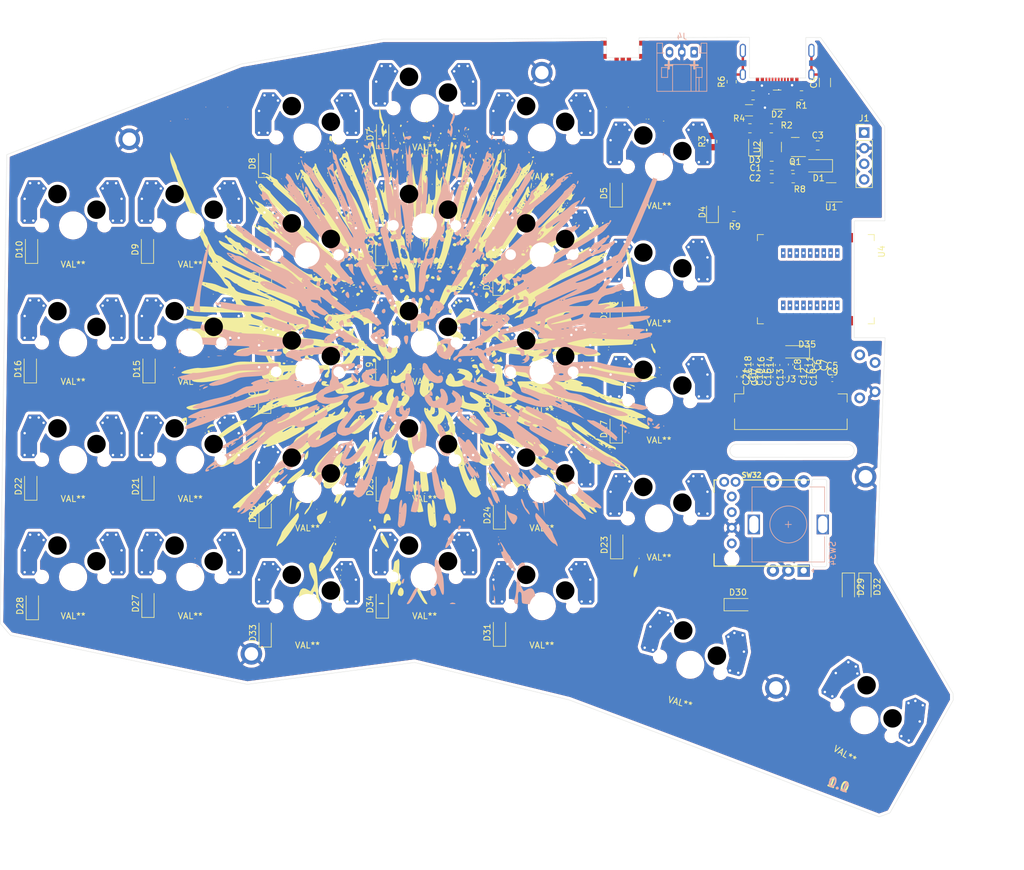
<source format=kicad_pcb>
(kicad_pcb (version 20211014) (generator pcbnew)
  (title_block (title "Hakea Wireless keyboard") (date "2022-01-09") (rev "1.0") (company "TKW"))
  (layers (0 "F.Cu" signal) (31 "B.Cu" signal) (34 "B.Paste" user) (35 "F.Paste" user) (36 "B.SilkS" user "B.Silkscreen") (37 "F.SilkS" user "F.Silkscreen") (38 "B.Mask" user) (39 "F.Mask" user) (44 "Edge.Cuts" user))
  (net 0 "")
  (net 1 "VBAT")
  (net 2 "GND")
  (net 3 "Net-(D4-Pad1)")
  (net 4 "VDD_NRF")
  (net 5 "ROT1A")
  (net 6 "VBUS")
  (net 7 "ROT1B")
  (net 9 "ROW0")
  (net 10 "Net-(D3-Pad2)")
  (net 12 "Net-(D5-Pad2)")
  (net 13 "Net-(D6-Pad2)")
  (net 14 "Net-(D7-Pad2)")
  (net 15 "Net-(D8-Pad2)")
  (net 16 "ROW3")
  (net 17 "Net-(D9-Pad2)")
  (net 18 "Net-(D10-Pad2)")
  (net 19 "Net-(D11-Pad2)")
  (net 20 "Net-(D12-Pad2)")
  (net 21 "ROW1")
  (net 22 "Net-(D13-Pad2)")
  (net 23 "Net-(D14-Pad2)")
  (net 24 "Net-(D15-Pad2)")
  (net 25 "Net-(D16-Pad2)")
  (net 26 "Net-(D17-Pad2)")
  (net 27 "Net-(D18-Pad2)")
  (net 28 "Net-(D19-Pad2)")
  (net 29 "Net-(D20-Pad2)")
  (net 30 "ROW4")
  (net 31 "Net-(D21-Pad2)")
  (net 32 "Net-(D22-Pad2)")
  (net 33 "ROW2")
  (net 34 "Net-(D23-Pad2)")
  (net 35 "Net-(D24-Pad2)")
  (net 36 "Net-(D25-Pad2)")
  (net 37 "Net-(D26-Pad2)")
  (net 38 "Net-(D27-Pad2)")
  (net 39 "Net-(D28-Pad2)")
  (net 40 "Net-(D29-Pad2)")
  (net 41 "Net-(D30-Pad2)")
  (net 42 "Net-(D31-Pad2)")
  (net 43 "Net-(D32-Pad2)")
  (net 44 "LED_1")
  (net 45 "D-")
  (net 46 "D+")
  (net 47 "RAW")
  (net 48 "SWC")
  (net 49 "SWD")
  (net 50 "Earth")
  (net 51 "Net-(R3-Pad2)")
  (net 52 "/CC2")
  (net 53 "BVOLT")
  (net 54 "COL0")
  (net 55 "COL1")
  (net 56 "COL2")
  (net 57 "COL3")
  (net 58 "COL4")
  (net 59 "COL5")
  (net 60 "Net-(C3-Pad1)")
  (net 61 "Net-(D3-Pad1)")
  (net 62 "/CC1")
  (net 63 "Net-(D33-Pad2)")
  (net 64 "Net-(D34-Pad2)")
  (net 67 "RST")
  (net 68 "BUSY")
  (net 69 "RESET")
  (net 70 "CS")
  (net 71 "SCLK")
  (net 72 "MOSI")
  (net 73 "Net-(J4-Pad1)")
  (net 74 "DC")
  (net 78 "Net-(C6-Pad2)")
  (net 79 "Net-(C8-Pad2)")
  (net 80 "Net-(C10-Pad2)")
  (net 81 "Net-(C11-Pad2)")
  (net 82 "Net-(C12-Pad2)")
  (net 83 "Net-(C13-Pad1)")
  (net 84 "Net-(C13-Pad2)")
  (net 85 "Net-(C14-Pad1)")
  (net 86 "Net-(C14-Pad2)")
  (net 87 "Net-(C15-Pad1)")
  (net 88 "Net-(C15-Pad2)")
  (net 89 "Net-(C16-Pad1)")
  (net 90 "Net-(C16-Pad2)")
  (net 91 "Net-(C17-Pad1)")
  (net 92 "Net-(C17-Pad2)")
  (net 93 "Net-(C18-Pad1)")
  (net 94 "Net-(C18-Pad2)")
  (net 95 "Net-(C19-Pad2)")
  (net 96 "Net-(C20-Pad2)")
  (net 97 "Net-(C21-Pad2)")
  (footprint "Diode_SMD:D_SOD-123" (layer "F.Cu") (at 70.2056 56.3118 90)
    (fp_text reference "D9")
    (fp_text value "D_Small")
  )
  (footprint "Grandiceps:MX-1U-Hotswap-upside-down" (layer "F.Cu") (at 77.165258 52.3875)
    (fp_text reference "SW6")
    (fp_text value "SW_Push")
  )
  (footprint "Diode_SMD:D_SOD-123" (layer "F.Cu") (at 70.2818 94.8192 90)
    (fp_text reference "D21")
    (fp_text value "D_Small")
  )
  (footprint "Capacitor_SMD:C_0402_1005Metric" (layer "F.Cu") (at 167.4876 76.9874 -90)
    (fp_text reference "C1")
    (fp_text value "2.2uF")
  )
  (footprint "Grandiceps:MX-1U-Hotswap-upside-down" (layer "F.Cu") (at 134.315258 76.2)
    (fp_text reference "SW15")
    (fp_text value "SW_Push")
  )
  (footprint "Diode_SMD:D_SOD-123" (layer "F.Cu") (at 51.2318 94.8192 90)
    (fp_text reference "D22")
    (fp_text value "D_Small")
  )
  (footprint "Grandiceps:MX-1U-Hotswap-upside-down" (layer "F.Cu") (at 58.115258 52.3875)
    (fp_text reference "SW7")
    (fp_text value "SW_Push")
  )
  (footprint "Package_TO_SOT_SMD:SOT-23-5" (layer "F.Cu") (at 171.7017 39.6494 90)
    (fp_text reference "U2")
    (fp_text value "TP4054")
  )
  (footprint "Diode_SMD:D_SOD-123" (layer "F.Cu") (at 51.1556 75.7438 90)
    (fp_text reference "D16")
    (fp_text value "D_Small")
  )
  (footprint "Diode_SMD:D_SOD-123" (layer "F.Cu") (at 175.5902 72.9488 180)
    (fp_text reference "D35")
    (fp_text value "D")
  )
  (footprint "Library:D_0805_2012Metric" (layer "F.Cu") (at 168.9077 39.3954 90)
    (fp_text reference "D3")
    (fp_text value "POWERLED")
  )
  (footprint "Diode_SMD:D_SOD-123" (layer "F.Cu") (at 70.2818 113.8692 90)
    (fp_text reference "D27")
    (fp_text value "D_Small")
  )
  (footprint "Capacitor_SMD:C_0402_1005Metric" (layer "F.Cu") (at 179.0446 75.1078 -90)
    (fp_text reference "C7")
    (fp_text value "1uF")
  )
  (footprint "Diode_SMD:D_SOD-123" (layer "F.Cu") (at 127.3556 61.5198 90)
    (fp_text reference "D12")
    (fp_text value "D_Small")
  )
  (footprint "Library:tkw-small" (layer "F.Cu") (at 176.453858 119.6594)
    (fp_text reference "G***" hide)
    (fp_text value "LOGO" hide)
  )
  (footprint "Package_TO_SOT_SMD:SOT-23-5" (layer "F.Cu") (at 181.3537 47.0154 180)
    (fp_text reference "U1")
    (fp_text value "AP2112K-3.3")
  )
  (footprint "Diode_SMD:D_SOD-123" (layer "F.Cu") (at 146.4056 85.5218 90)
    (fp_text reference "D17")
    (fp_text value "D_Small")
  )
  (footprint "Grandiceps:MX-1U-Hotswap-upside-down" (layer "F.Cu") (at 134.315258 114.3)
    (fp_text reference "SW27")
    (fp_text value "SW_Push")
  )
  (footprint "Diode_SMD:D_SOD-123" (layer "F.Cu") (at 108.3818 94.9452 90)
    (fp_text reference "D25")
    (fp_text value "D_Small")
  )
  (footprint "Capacitor_SMD:C_0402_1005Metric" (layer "F.Cu") (at 174.752 75.0088 -90)
    (fp_text reference "C8")
    (fp_text value "1uF")
  )
  (footprint "Diode_SMD:D_SOD-123" (layer "F.Cu") (at 146.4056 66.4718 90)
    (fp_text reference "D11")
    (fp_text value "D_Small")
  )
  (footprint "Capacitor_SMD:C_0402_1005Metric" (layer "F.Cu") (at 172.2374 77.0382 90)
    (fp_text reference "C15")
    (fp_text value "1uF")
  )
  (footprint "Capacitor_SMD:C_0402_1005Metric" (layer "F.Cu") (at 181.5338 76.3524)
    (fp_text reference "C5")
    (fp_text value ".1uF")
  )
  (footprint "Diode_SMD:D_SOD-123" (layer "F.Cu") (at 179.3217 42.6974 180)
    (fp_text reference "D1")
    (fp_text value "1N5819")
  )
  (footprint "Diode_SMD:D_SOD-123" (layer "F.Cu") (at 89.2556 80.6958 90)
    (fp_text reference "D20")
    (fp_text value "D_Small")
  )
  (footprint "Grandiceps:MX-1U-Hotswap-upside-down" (layer "F.Cu") (at 153.365258 80.9625)
    (fp_text reference "SW14")
    (fp_text value "SW_Push")
  )
  (footprint "Diode_SMD:D_SOD-123" (layer "F.Cu") (at 108.3818 113.9952 90)
    (fp_text reference "D34")
    (fp_text value "D_Small")
  )
  (footprint "Library:RollerEncoder_Panasonic_EVQWGD001" (layer "F.Cu") (at 170.8168 100.2792)
    (fp_text reference "SW32")
    (fp_text value "Rotary_Encoder_Switch")
    (fp_line (start 9.8 7.3) (end 9.8 -6.3) (layer "Edge.Cuts") (width 0.05))
    (fp_line (start 9.5 -6.6) (end 7.7 -6.6) (layer "Edge.Cuts") (width 0.05))
    (fp_line (start 7.7 7.6) (end 9.5 7.6) (layer "Edge.Cuts") (width 0.05))
    (fp_line (start 7.4 -6.3) (end 7.4 7.3) (layer "Edge.Cuts") (width 0.05))
    (fp_arc (start 7.7 7.6) (mid 7.487868 7.512132) (end 7.4 7.3) (layer "Edge.Cuts") (width 0.05))
    (fp_arc (start 9.5 -6.6) (mid 9.712132 -6.512132) (end 9.8 -6.3) (layer "Edge.Cuts") (width 0.05))
    (fp_arc (start 9.8 7.3) (mid 9.712132 7.512132) (end 9.5 7.6) (layer "Edge.Cuts") (width 0.05))
    (fp_arc (start 7.4 -6.3) (mid 7.487868 -6.512132) (end 7.7 -6.6) (layer "Edge.Cuts") (width 0.05))
  )
  (footprint "Diode_SMD:D_SOD-123" (layer "F.Cu") (at 127.4318 99.5172 90)
    (fp_text reference "D24")
    (fp_text value "D_Small")
  )
  (footprint "Library:midmount_slide" (layer "F.Cu") (at 148.8186 26.3652 180)
    (fp_text reference "SW33" hide)
    (fp_text value "SW_SPDT" hide)
  )
  (footprint "Diode_SMD:D_SOD-123" (layer "F.Cu") (at 108.3056 75.9978 90)
    (fp_text reference "D19")
    (fp_text value "D_Small")
  )
  (footprint "Grandiceps:MX-1U-Hotswap-upside-down" (layer "F.Cu") (at 115.265258 52.3875)
    (fp_text reference "SW10")
    (fp_text value "SW_Push")
  )
  (footprint "Diode_SMD:D_SOD-123" (layer "F.Cu") (at 184.150058 111.1504 -90)
    (fp_text reference "D29")
    (fp_text value "D_Small")
  )
  (footprint "Grandiceps:MX-1U-Hotswap-upside-down" (layer "F.Cu") (at 96.215258 95.25)
    (fp_text reference "SW23")
    (fp_text value "SW_Push")
  )
  (footprint "Library:C_0805_2012Metric" (layer "F.Cu") (at 171.7017 44.7294 180)
    (fp_text reference "C2")
    (fp_text value "1uF")
  )
  (footprint "Library:R_0805_2012Metric" (layer "F.Cu") (at 171.6232 36.6014)
    (fp_text reference "R2")
    (fp_text value "10k")
  )
  (footprint "Capacitor_SMD:C_0402_1005Metric" (layer "F.Cu") (at 172.6438 75.0824 90)
    (fp_text reference "C14")
    (fp_text value "1uF")
  )
  (footprint "Capacitor_SMD:C_0402_1005Metric" (layer "F.Cu") (at 169.0116 75.0062 90)
    (fp_text reference "C18")
    (fp_text value "2.2uF")
  )
  (footprint "Library:R_0805_2012Metric" (layer "F.Cu") (at 165.5318 50.9016)
    (fp_text reference "R9")
    (fp_text value "1k")
  )
  (footprint "Diode_SMD:D_SOD-123" (layer "F.Cu") (at 186.842458 111.1504 -90)
    (fp_text reference "D32")
    (fp_text value "D_Small")
  )
  (footprint "Grandiceps:MX-1U-Hotswap-upside-down" (layer "F.Cu") (at 96.215258 76.2)
    (fp_text reference "SW17")
    (fp_text value "SW_Push")
  )
  (footprint "Grandiceps:nRF52840_holyiot_18010" (layer "F.Cu") (at 178.8544 61.1378 -90)
    (fp_text reference "U4")
    (fp_text value "nRF52840_holyiot_18010")
  )
  (footprint "Package_TO_SOT_SMD:SOT-143" (layer "F.Cu") (at 172.5676 31.9532 180)
    (fp_text reference "D2")
    (fp_text value "SR05")
  )
  (footprint "Diode_SMD:D_SOD-123" (layer "F.Cu") (at 166.192258 114.046)
    (fp_text reference "D30")
    (fp_text value "D_Small")
  )
  (footprint "Library:hakea" (layer "F.Cu") (at 113.99213 73.522645)
    (fp_text reference "G***" hide)
    (fp_text value "LOGO" hide)
  )
  (footprint "Diode_SMD:D_SOD-123" (layer "F.Cu") (at 89.2556 42.3418 90)
    (fp_text reference "D8")
    (fp_text value "D_Small")
  )
  (footprint "Capacitor_SMD:C_0402_1005Metric" (layer "F.Cu") (at 177.9524 75.1052 -90)
    (fp_text reference "C6")
    (fp_text value ".1uF")
  )
  (footprint "Grandiceps:MX-1U-Hotswap-upside-down" (layer "F.Cu") (at 153.365258 100.0125)
    (fp_text reference "SW20")
    (fp_text value "SW_Push")
  )
  (footprint "Library:R_0805_2012Metric" (layer "F.Cu") (at 175.1792 44.7294)
    (fp_text reference "R8")
    (fp_text value "2M")
  )
  (footprint "Capacitor_SMD:C_0402_1005Metric" (layer "F.Cu") (at 171.1452 75.1078 90)
    (fp_text reference "C16")
    (fp_text value "1uF")
  )
  (footprint "Diode_SMD:D_SOD-123" (layer "F.Cu") (at 146.4056 47.1678 90)
    (fp_text reference "D5")
    (fp_text value "D_Small")
  )
  (footprint "Connector_FFC-FPC:Hirose_FH12-30S-0.5SH_1x30-1MP_P0.50mm_Horizontal" (layer "F.Cu") (at 174.8028 81.0768)
    (fp_text reference "J3")
    (fp_text value "Conn_01x30_Female")
  )
  (footprint "Library:MountingHole_2.2mm_M2_ISO7380_Pad" (layer "F.Cu") (at 186.944 93.2434)
    (fp_text reference "H2" hide)
    (fp_text value "MountingHole")
  )
  (footprint "Library:R_0805_2012Metric" (layer "F.Cu") (at 175.0822 42.6974 180)
    (fp_text reference "R7" hide)
    (fp_text value "806k")
  )
  (footprint "Capacitor_SMD:C_0402_1005Metric" (layer "F.Cu") (at 166.37 76.9874 -90)
    (fp_text reference "C21")
    (fp_text value "1uF")
  )
  (footprint "Diode_SMD:D_SOD-123" (layer "F.Cu") (at 70.4596 75.7438 90)
    (fp_text reference "D15")
    (fp_text value "D_Small")
  )
  (footprint "Grandiceps:MX-1U-Hotswap-upside-down" (layer "F.Cu") (at 96.215258 38.1)
    (fp_text reference "SW5")
    (fp_text value "SW_Push")
  )
  (footprint "Library:PinHeader_1x04_P2.54mm_Vertical" (layer "F.Cu") (at 186.7154 37.2972)
    (fp_text reference "J1")
    (fp_text value "SWD PORT")
  )
  (footprint "Diode_SMD:D_SOD-123" (layer "F.Cu") (at 108.3056 56.6938 90)
    (fp_text reference "D13")
    (fp_text value "D_Small")
  )
  (footprint "Diode_SMD:D_SOD-123" (layer "F.Cu") (at 89.3816 61.2658 90)
    (fp_text reference "D14")
    (fp_text value "D_Small")
  )
  (footprint "Diode_SMD:D_SOD-123" (layer "F.Cu") (at 127.4318 118.5672 90)
    (fp_text reference "D31")
    (fp_text value "D_Small")
  )
  (footprint "Grandiceps:MX-1U-Hotswap-upside-down" (layer "F.Cu") (at 58.115258 71.4375)
    (fp_text reference "SW13")
    (fp_text value "SW_Push")
  )
  (footprint "Library:R_0805_2012Metric" (layer "F.Cu") (at 165.1762 29.0345 90)
    (fp_text reference "R6")
    (fp_text value "1M")
  )
  (footprint "Capacitor_SMD:C_0402_1005Metric" (layer "F.Cu") (at 177.3174 77.0636 -90)
    (fp_text reference "C10")
    (fp_text value "1uF")
  )
  (footprint "Library:C_0805_2012Metric" (layer "F.Cu") (at 171.6747 42.6974 180)
    (fp_text reference "C1")
    (fp_text value "4.7uF")
  )
  (footprint "Diode_SMD:D_SOD-123" (layer "F.Cu") (at 127.3556 80.5698 90)
    (fp_text reference "D18")
    (fp_text value "D_Small")
  )
  (footprint "Grandiceps:MX-1U-Hotswap-upside-down" (layer "F.Cu") (at 115.265258 90.4875)
    (fp_text reference "SW22")
    (fp_text value "SW_Push")
  )
  (footprint "Grandiceps:MX-1U-Hotswap-upside-down" (layer "F.Cu") (at 58.115258 109.5375)
    (fp_text reference "SW25")
    (fp_text value "SW_Push")
  )
  (footprint "Grandiceps:MX-1U-Hotswap-upside-down" (layer "F.Cu") (at 77.165258 109.5375)
    (fp_text reference "SW24")
    (fp_text value "SW_Push")
  )
  (footprint "Grandiceps:MX-1U-Hotswap-upside-down" (layer "F.Cu") (at 115.265258 71.4375)
    (fp_text reference "SW16")
    (fp_text value "SW_Push")
  )
  (footprint "Library:R_0805_2012Metric" (layer "F.Cu") (at 168.6579 31.242)
    (fp_text reference "R5" hide)
    (fp_text value "5.1k" hide)
  )
  (footprint "Grandiceps:MX-1U-Hotswap-upside-down" (layer "F.Cu") (at 153.365258 61.9125)
    (fp_text reference "SW8")
    (fp_text value "SW_Push")
  )
  (footprint "Package_TO_SOT_SMD:SOT-23" (layer "F.Cu") (at 175.5117 39.6494 180)
    (fp_text reference "Q1")
    (fp_text value "AO3401A")
  )
  (footprint "Capacitor_SMD:C_0402_1005Metric" (layer "F.Cu") (at 174.2186 77.1144 90)
    (fp_text reference "C13")
    (fp_text value "1uF")
  )
  (footprint "Library:R_0805_2012Metric" (layer "F.Cu") (at 162.0266 38.7604 90)
    (fp_text reference "R3")
    (fp_text value "10k")
  )
  (footprint "Diode_SMD:D_SOD-123" (layer "F.Cu") (at 146.4818 104.3432 90)
    (fp_text reference "D23")
    (fp_text value "D_Small")
  )
  (footprint "Diode_SMD:D_SOD-123" (layer "F.Cu") (at 51.4858 114.2492 90)
    (fp_text reference "D28")
    (fp_text value "D_Small")
  )
  (footprint "Capacitor_SMD:C_0402_1005Metric" (layer "F.Cu") (at 168.5544 77.0102 -90)
    (fp_text reference "C19")
    (fp_text value "1uF")
  )
  (footprint "Grandiceps:MX-1U-Hotswap-upside-down" (layer "F.Cu") (at 153.365258 42.8625)
    (fp_text reference "SW2")
    (fp_text value "SW_Push")
  )
  (footprint "Diode_SMD:D_SOD-123" (layer "F.Cu") (at 108.4316 37.6438 90)
    (fp_text reference "D7")
    (fp_text value "D_Small")
  )
  (footprint "Grandiceps:MX-1U-Hotswap-upside-down" (layer "F.Cu") (at 134.315258 57.15)
    (fp_text reference "SW9")
    (fp_text value "SW_Push")
  )
  (footprint "Grandiceps:MX-1U-Hotswap-upside-down" (layer "F.Cu") (at 134.315258 38.1)
    (fp_text reference "SW3")
    (fp_text value "SW_Push")
  )
  (footprint "Library:Fuse_1206_3216Metric" (layer "F.Cu") (at 167.9926 33.6804)
    (fp_text reference "F1" hide)
    (fp_text value "500ma")
  )
  (footprint "Grandiceps:MX-1U-Hotswap-upside-down" (layer "F.Cu") (at 115.265258 109.5375)
    (fp_text reference "SW30")
    (fp_text value "SW_Push")
  )
  (footprint "Diode_SMD:D_SOD-123" (layer "F.Cu") (at 127.3556 42.3418 90)
    (fp_text reference "D6")
    (fp_text value "D_Small")
  )
  (footprint "Grandiceps:MX-1U-Hotswap-upside-down" (layer "F.Cu") (at 58.115258 90.4875)
    (fp_text reference "SW19")
    (fp_text value "SW_Push")
  )
  (footprint "Grandiceps:MX-1U-Hotswap-upside-down" (layer "F.Cu") (at 96.215258 57.15)
    (fp_text reference "SW11")
    (fp_text value "SW_Push")
  )
  (footprint "Library:D_0805_2012Metric" (layer "F.Cu") (at 162.052 50.2412 90)
    (fp_text reference "D4")
    (fp_text value "LED_Small")
  )
  (footprint "Library:C_1206_3216Metric" (layer "F.Cu") (at 180.34 29.1592 90)
    (fp_text reference "C4")
    (fp_text value "4.7n")
  )
  (footprint "Library:R_0805_2012Metric" (layer "F.Cu") (at 176.5281 31.242 180)
    (fp_text reference "R1")
    (fp_text value "5.1k")
  )
  (footprint "Diode_SMD:D_SOD-123" (layer "F.Cu") (at 89.3318 99.314 90)
    (fp_text reference "D26")
    (fp_text value "D_Small")
  )
  (footprint "Capacitor_SMD:C_0402_1005Metric" (layer "F.Cu") (at 170.1038 77.0636 90)
    (fp_text reference "C17")
    (fp_text value "1uF")
  )
  (footprint "Diode_SMD:D_SOD-123" (layer "F.Cu") (at 89.3318 118.6932 90)
    (fp_text reference "D33")
    (fp_text value "D_Small")
  )
  (footprint "Library:USB-C_C168688" (layer "F.Cu") (at 172.5676 21.7678)
    (fp_text reference "J2" hide)
    (fp_text value "USB_C_Receptacle_USB2.0")
  )
  (footprint "Capacitor_SMD:C_0402_1005Metric" (layer "F.Cu") (at 181.5338 77.4192)
    (fp_text reference "C9")
    (fp_text value "4.7uF")
  )
  (footprint "Grandiceps:MX-1U-Hotswap-upside-down" (layer "F.Cu") (at 96.215258 114.3)
    (fp_text reference "SW29")
    (fp_text value "SW_Push")
  )
  (footprint "Grandiceps:MX-1U-Hotswap-upside-down" (layer "F.Cu") (at 134.315258 95.25)
    (fp_text reference "SW21")
    (fp_text value "SW_Push")
  )
  (footprint "Grandiceps:MX-1U-Hotswap-upside-down" (layer "F.Cu") (at 115.265258 33.3375)
    (fp_text reference "SW4")
    (fp_text value "SW_Push")
  )
  (footprint "Library:C_0805_2012Metric" (layer "F.Cu") (at 179.1693 39.3954)
    (fp_text reference "C3")
    (fp_text value "1uF")
  )
  (footprint "Diode_SMD:D_SOD-123" (layer "F.Cu") (at 51.3588 56.3118 90)
    (fp_text reference "D10")
    (fp_text value "D_Small")
  )
  (footprint "Library:R_0805_2012Metric" (layer "F.Cu") (at 168.1457 36.6014 180)
    (fp_text reference "R4")
    (fp_text value "1k")
  )
  (footprint "Grandiceps:MX-1U-Hotswap-upside-down" (layer "F.Cu") (at 77.165258 71.4375)
    (fp_text reference "SW12")
    (fp_text value "SW_Push")
  )
  (footprint "Grandiceps:MX-1U-Hotswap-upside-down" (layer "F.Cu") (at 77.165258 90.4875)
    (fp_text reference "SW18")
    (fp_text value "SW_Push")
  )
  (footprint "Grandiceps:MX-1U-Hotswap-upside-down" (layer "F.Cu") (at 158.445258 123.825 -15)
    (fp_text reference "SW26")
    (fp_text value "SW_Push")
  )
  (footprint "Capacitor_SMD:C_0402_1005Metric" (layer "F.Cu") (at 175.7426 76.9366 -90)
    (fp_text reference "C12")
    (fp_text value "1uF")
  )
  (footprint "Grandiceps:MX-1U-Hotswap-upside-down" (layer "F.Cu") (at 186.766258 132.842 -30)
    (fp_text reference "SW28")
    (fp_text value "SW_Push")
  )
  (footprint "Capacitor_SMD:C_0402_1005Metric" (layer "F.Cu") (at 176.7332 75.1078 -90)
    (fp_text reference "C11")
    (fp_text value "1uF")
  )
  (footprint "Library:tkw-small" (layer "B.Cu") (at 176.453858 119.7864 180)
    (fp_text reference "G***" hide)
    (fp_text value "LOGO" hide)
  )
  (footprint "Library:RotaryEncoder_Alps_EC11E-Switch_Vertical_H20mm" (layer "B.Cu") (at 176.885658 108.5088 90)
    (fp_text reference "SW34")
    (fp_text value "Rotary_Encoder_Switch")
  )
  (footprint "Library:TC-1101V" (layer "B.Cu") (at 187.245458 76.9366 -90)
    (fp_text reference "SW1" hide)
    (fp_text value "SW_SPST")
  )
  (footprint "Library:MountingHole_2.2mm_M2_ISO7380_Pad" (layer "B.Cu") (at 172.364458 127.5842 180)
    (fp_text reference "H3" hide)
    (fp_text value "MountingHole" hide)
  )
  (footprint "Library:hakea" (layer "B.Cu") (at 114.074586 73.522645 180)
    (fp_text reference "G***" hide)
    (fp_text value "LOGO" hide)
  )
  (footprint "Library:MountingHole_2.2mm_M2_ISO7380_Pad" (layer "B.Cu") (at 67.233858 38.3794 180)
    (fp_text reference "H5" hide)
    (fp_text value "MountingHole")
  )
  (footprint "Library:JST_PH_S3B-PH-K_1x03_P2.00mm_Horizontal" (layer "B.Cu") (at 159.073658 24.2316 180)
    (fp_text reference "J4")
    (fp_text value "Conn_01x03")
  )
  (footprint "Library:MountingHole_2.2mm_M2_ISO7380_Pad" (layer "B.Cu") (at 87.096658 122.047 180)
    (fp_text reference "H4" hide)
    (fp_text value "MountingHole" hide)
  )
  (footprint "Library:MountingHole_2.2mm_M2_ISO7380_Pad" (layer "B.Cu") (at 134.315258 27.559 180)
    (fp_text reference "H6" hide)
    (fp_text value "MountingHole")
  )
  (gr_arc (start 184.019649 87.9348) (mid 185.089858 89.0016) (end 184.019649 90.0684) (layer "Edge.Cuts") (width 0.05))
  (gr_arc (start 165.967067 90.0811) (mid 164.896858 89.0143) (end 165.967067 87.9475) (layer "Edge.Cuts") (width 0.05))
  (gr_line (start 165.967067 90.0811) (end 184.019649 90.0684) (layer "Edge.Cuts") (width 0.05))
  (gr_line (start 184.019649 87.9348) (end 165.967067 87.9475) (layer "Edge.Cuts") (width 0.05))
  (gr_poly (pts (xy 144.830858 25.0952) (xy 144.830858 21.8948) (xy 126.060258 22.098) (xy 108.534258 22.098) (xy 85.420258 26.162) (xy 47.320258 40.894) (xy 46.253458 117.094) (xy 47.904458 119.010427) (xy 86.436258 127) (xy 113.614258 123.444) (xy 138.760258 129.54) (xy 157.810258 136.652) (xy 189.128458 148.5392) (xy 190.906458 147.9042) (xy 201.180667 129.597876) (xy 201.168058 128.4986) (xy 188.798258 107.188) (xy 190.119058 70.6628) (xy 185.116244 70.663141) (xy 185.141644 51.663941) (xy 190.09509 51.663602) (xy 190.068258 36.322) (xy 179.654258 21.844) (xy 177.241258 21.844) (xy 177.241258 28.4226) (xy 168.071858 28.4226) (xy 168.071858 21.8186) (xy 150.114058 21.8694) (xy 150.114058 25.0952)) (layer "Edge.Cuts") (width 0.05) (fill none))
  (gr_text "${REVISION}" (at 182.575258 143.3068 -20) (layer "B.SilkS") (effects (font (size 1.5 1.5) (thickness 0.3)) (justify mirror)))
  (gr_text "+  +" (at 157.022858 26.2382) (layer "B.SilkS") (effects (font (size 1.5 1.5) (thickness 0.3))))
  (gr_text "${REVISION}" (at 182.524458 143.3068 -20) (layer "F.SilkS") (effects (font (size 1.5 1.5) (thickness 0.3))))
  (gr_text "+  +" (at 157.022858 26.2316) (layer "F.SilkS") (effects (font (size 1.5 1.5) (thickness 0.3)) (justify mirror)))
  (segment (start 172.72 31.0134) (end 172.7302 31.0032) (width 0.2) (layer "F.Cu") (net 45))
  (segment (start 172.3176 28.7678) (end 172.3176 30.611) (width 0.2) (layer "F.Cu") (net 45))
  (segment (start 172.7302 31.0032) (end 173.5676 31.0032) (width 0.2) (layer "F.Cu") (net 45))
  (segment (start 172.3176 30.611) (end 172.72 31.0134) (width 0.2) (layer "F.Cu") (net 45))
  (segment (start 173.3176 28.7678) (end 173.3176 30.7532) (width 0.2) (layer "F.Cu") (net 45))
  (segment (start 173.3176 30.7532) (end 173.5676 31.0032) (width 0.2) (layer "F.Cu") (net 45))
  (segment (start 172.8216 30.3236) (end 172.8216 29.718) (width 0.2) (layer "F.Cu") (net 46))
  (segment (start 171.8176 30.7532) (end 171.5676 31.0032) (width 0.2) (layer "F.Cu") (net 46))
  (segment (start 172.8176 30.3276) (end 172.8216 30.3236) (width 0.2) (layer "F.Cu") (net 46))
  (segment (start 172.8176 28.7678) (end 172.8176 30.3276) (width 0.2) (layer "F.Cu") (net 46))
  (segment (start 171.8176 28.7678) (end 171.8176 30.7532) (width 0.2) (layer "F.Cu") (net 46))
  (via (at 171.2214 31.0134) (size 0.4) (drill 0.2) (layers "F.Cu" "B.Cu") (net 46))
  (via (at 172.8176 30.3276) (size 0.4) (drill 0.2) (layers "F.Cu" "B.Cu") (net 46))
  (segment (start 172.8176 30.6618) (end 172.466 31.0134) (width 0.2) (layer "B.Cu") (net 46))
  (segment (start 172.466 31.0134) (end 171.2214 31.0134) (width 0.2) (layer "B.Cu") (net 46))
  (segment (start 172.8176 30.3276) (end 172.8176 30.6618) (width 0.2) (layer "B.Cu") (net 46))
  (segment (start 171.2222 33.2486) (end 171.5676 32.9032) (width 0.4) (layer "F.Cu") (net 47))
  (segment (start 174.9676 29.5694) (end 174.9976 29.5994) (width 0.4) (layer "F.Cu") (net 47))
  (segment (start 170.1292 29.6672) (end 170.0931 29.6672) (width 0.4) (layer "F.Cu") (net 47))
  (segment (start 170.5864 33.2486) (end 171.2222 33.2486) (width 0.4) (layer "F.Cu") (net 47))
  (segment (start 170.1676 29.6288) (end 170.1292 29.6672) (width 0.4) (layer "F.Cu") (net 47))
  (segment (start 170.1546 33.6804) (end 170.5864 33.2486) (width 0.4) (layer "F.Cu") (net 47))
  (segment (start 174.9676 28.7678) (end 174.9676 29.5694) (width 0.4) (layer "F.Cu") (net 47))
  (segment (start 170.1676 28.7678) (end 170.1676 29.6288) (width 0.4) (layer "F.Cu") (net 47))
  (segment (start 169.3926 33.6804) (end 170.1546 33.6804) (width 0.4) (layer "F.Cu") (net 47))
  (via (at 170.5864 33.2486) (size 0.8) (drill 0.4) (layers "F.Cu" "B.Cu") (net 47))
  (via (at 174.9976 29.5994) (size 0.8) (drill 0.4) (layers "F.Cu" "B.Cu") (net 47))
  (via (at 170.0931 29.6672) (size 0.8) (drill 0.4) (layers "F.Cu" "B.Cu") (net 47))
  (segment (start 170.2816 29.6672) (end 170.5864 29.972) (width 0.4) (layer "B.Cu") (net 47))
  (segment (start 174.9298 29.6672) (end 174.9976 29.5994) (width 0.4) (layer "B.Cu") (net 47))
  (segment (start 170.0931 29.6672) (end 174.9298 29.6672) (width 0.4) (layer "B.Cu") (net 47))
  (segment (start 170.5864 29.972) (end 170.5864 33.2486) (width 0.4) (layer "B.Cu") (net 47))
  (segment (start 170.0931 29.6672) (end 170.2816 29.6672) (width 0.4) (layer "B.Cu") (net 47))
  (segment (start 166.9923 23.9678) (end 166.9923 27.8678) (width 0.4) (layer "F.Cu") (net 50))
  (segment (start 165.4304 27.8678) (end 165.1762 28.122) (width 0.4) (layer "F.Cu") (net 50))
  (segment (start 178.1429 23.9678) (end 178.1429 27.8678) (width 0.4) (layer "F.Cu") (net 50))
  (segment (start 178.1429 27.8678) (end 180.1564 27.8678) (width 0.4) (layer "F.Cu") (net 50))
  (segment (start 180.1564 27.8678) (end 180.34 27.6842) (width 0.4) (layer "F.Cu") (net 50))
  (segment (start 166.9923 27.8678) (end 165.4304 27.8678) (width 0.4) (layer "F.Cu") (net 50))
  (segment (start 170.8176 29.9948) (end 169.5704 31.242) (width 0.25) (layer "F.Cu") (net 52))
  (segment (start 170.8176 28.7678) (end 170.8176 29.9948) (width 0.25) (layer "F.Cu") (net 52))
  (segment (start 173.8176 28.7678) (end 173.8176 29.444) (width 0.25) (layer "F.Cu") (net 62))
  (segment (start 173.8176 29.444) (end 175.6156 31.242) (width 0.25) (layer "F.Cu") (net 62))
  (zone (net 2) (net_name "GND") (layers F&B.Cu) (name "GND") (connect_pads (clearance 0.508)) (min_thickness 0.254) (fill yes (thermal_gap 0.508) (thermal_bridge_width 0.508))
    (polygon (pts (xy 46.304258 119.126) (xy 188.976058 157.1752) (xy 196.494458 147.9296) (xy 212.725058 131.8768) (xy 189.814258 25.908) (xy 188.544258 17.272) (xy 46.812258 15.748)))
  )
  (zone (net 0) (net_name "") (layers F&B.Cu) (name "Antenna") (connect_pads (clearance 0)) (min_thickness 0.254)
    (keepout (tracks not_allowed) (vias not_allowed) (pads not_allowed) (copperpour not_allowed) (footprints allowed))
    (fill (thermal_gap 0.508) (thermal_bridge_width 0.508))
    (polygon (pts (xy 184.988258 70.7898) (xy 190.068258 70.7898) (xy 190.068258 51.7144) (xy 184.988258 51.7144)))
  )
)
</source>
